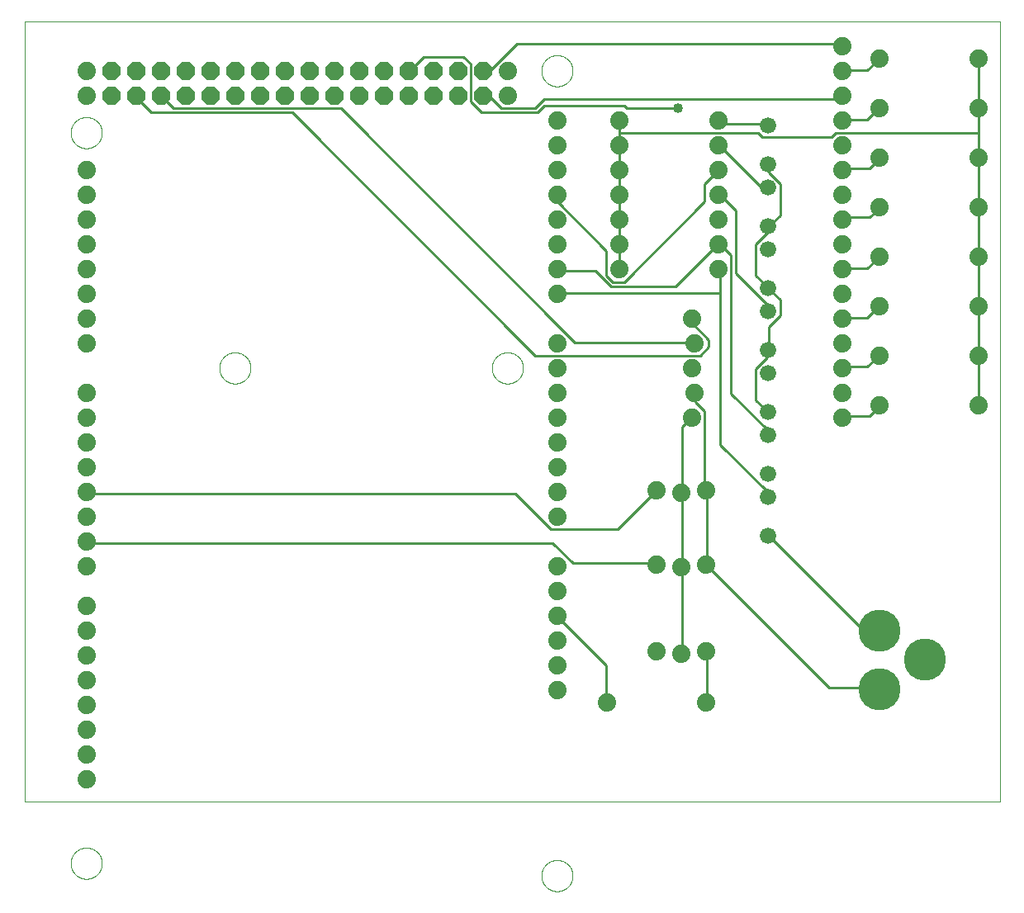
<source format=gtl>
G75*
%MOIN*%
%OFA0B0*%
%FSLAX25Y25*%
%IPPOS*%
%LPD*%
%AMOC8*
5,1,8,0,0,1.08239X$1,22.5*
%
%ADD10C,0.00000*%
%ADD11C,0.07400*%
%ADD12OC8,0.07400*%
%ADD13C,0.06600*%
%ADD14C,0.17000*%
%ADD15C,0.01000*%
%ADD16C,0.04000*%
D10*
X0042034Y0150000D02*
X0042036Y0150158D01*
X0042042Y0150316D01*
X0042052Y0150474D01*
X0042066Y0150632D01*
X0042084Y0150789D01*
X0042105Y0150946D01*
X0042131Y0151102D01*
X0042161Y0151258D01*
X0042194Y0151413D01*
X0042232Y0151566D01*
X0042273Y0151719D01*
X0042318Y0151871D01*
X0042367Y0152022D01*
X0042420Y0152171D01*
X0042476Y0152319D01*
X0042536Y0152465D01*
X0042600Y0152610D01*
X0042668Y0152753D01*
X0042739Y0152895D01*
X0042813Y0153035D01*
X0042891Y0153172D01*
X0042973Y0153308D01*
X0043057Y0153442D01*
X0043146Y0153573D01*
X0043237Y0153702D01*
X0043332Y0153829D01*
X0043429Y0153954D01*
X0043530Y0154076D01*
X0043634Y0154195D01*
X0043741Y0154312D01*
X0043851Y0154426D01*
X0043964Y0154537D01*
X0044079Y0154646D01*
X0044197Y0154751D01*
X0044318Y0154853D01*
X0044441Y0154953D01*
X0044567Y0155049D01*
X0044695Y0155142D01*
X0044825Y0155232D01*
X0044958Y0155318D01*
X0045093Y0155402D01*
X0045229Y0155481D01*
X0045368Y0155558D01*
X0045509Y0155630D01*
X0045651Y0155700D01*
X0045795Y0155765D01*
X0045941Y0155827D01*
X0046088Y0155885D01*
X0046237Y0155940D01*
X0046387Y0155991D01*
X0046538Y0156038D01*
X0046690Y0156081D01*
X0046843Y0156120D01*
X0046998Y0156156D01*
X0047153Y0156187D01*
X0047309Y0156215D01*
X0047465Y0156239D01*
X0047622Y0156259D01*
X0047780Y0156275D01*
X0047937Y0156287D01*
X0048096Y0156295D01*
X0048254Y0156299D01*
X0048412Y0156299D01*
X0048570Y0156295D01*
X0048729Y0156287D01*
X0048886Y0156275D01*
X0049044Y0156259D01*
X0049201Y0156239D01*
X0049357Y0156215D01*
X0049513Y0156187D01*
X0049668Y0156156D01*
X0049823Y0156120D01*
X0049976Y0156081D01*
X0050128Y0156038D01*
X0050279Y0155991D01*
X0050429Y0155940D01*
X0050578Y0155885D01*
X0050725Y0155827D01*
X0050871Y0155765D01*
X0051015Y0155700D01*
X0051157Y0155630D01*
X0051298Y0155558D01*
X0051437Y0155481D01*
X0051573Y0155402D01*
X0051708Y0155318D01*
X0051841Y0155232D01*
X0051971Y0155142D01*
X0052099Y0155049D01*
X0052225Y0154953D01*
X0052348Y0154853D01*
X0052469Y0154751D01*
X0052587Y0154646D01*
X0052702Y0154537D01*
X0052815Y0154426D01*
X0052925Y0154312D01*
X0053032Y0154195D01*
X0053136Y0154076D01*
X0053237Y0153954D01*
X0053334Y0153829D01*
X0053429Y0153702D01*
X0053520Y0153573D01*
X0053609Y0153442D01*
X0053693Y0153308D01*
X0053775Y0153172D01*
X0053853Y0153035D01*
X0053927Y0152895D01*
X0053998Y0152753D01*
X0054066Y0152610D01*
X0054130Y0152465D01*
X0054190Y0152319D01*
X0054246Y0152171D01*
X0054299Y0152022D01*
X0054348Y0151871D01*
X0054393Y0151719D01*
X0054434Y0151566D01*
X0054472Y0151413D01*
X0054505Y0151258D01*
X0054535Y0151102D01*
X0054561Y0150946D01*
X0054582Y0150789D01*
X0054600Y0150632D01*
X0054614Y0150474D01*
X0054624Y0150316D01*
X0054630Y0150158D01*
X0054632Y0150000D01*
X0054630Y0149842D01*
X0054624Y0149684D01*
X0054614Y0149526D01*
X0054600Y0149368D01*
X0054582Y0149211D01*
X0054561Y0149054D01*
X0054535Y0148898D01*
X0054505Y0148742D01*
X0054472Y0148587D01*
X0054434Y0148434D01*
X0054393Y0148281D01*
X0054348Y0148129D01*
X0054299Y0147978D01*
X0054246Y0147829D01*
X0054190Y0147681D01*
X0054130Y0147535D01*
X0054066Y0147390D01*
X0053998Y0147247D01*
X0053927Y0147105D01*
X0053853Y0146965D01*
X0053775Y0146828D01*
X0053693Y0146692D01*
X0053609Y0146558D01*
X0053520Y0146427D01*
X0053429Y0146298D01*
X0053334Y0146171D01*
X0053237Y0146046D01*
X0053136Y0145924D01*
X0053032Y0145805D01*
X0052925Y0145688D01*
X0052815Y0145574D01*
X0052702Y0145463D01*
X0052587Y0145354D01*
X0052469Y0145249D01*
X0052348Y0145147D01*
X0052225Y0145047D01*
X0052099Y0144951D01*
X0051971Y0144858D01*
X0051841Y0144768D01*
X0051708Y0144682D01*
X0051573Y0144598D01*
X0051437Y0144519D01*
X0051298Y0144442D01*
X0051157Y0144370D01*
X0051015Y0144300D01*
X0050871Y0144235D01*
X0050725Y0144173D01*
X0050578Y0144115D01*
X0050429Y0144060D01*
X0050279Y0144009D01*
X0050128Y0143962D01*
X0049976Y0143919D01*
X0049823Y0143880D01*
X0049668Y0143844D01*
X0049513Y0143813D01*
X0049357Y0143785D01*
X0049201Y0143761D01*
X0049044Y0143741D01*
X0048886Y0143725D01*
X0048729Y0143713D01*
X0048570Y0143705D01*
X0048412Y0143701D01*
X0048254Y0143701D01*
X0048096Y0143705D01*
X0047937Y0143713D01*
X0047780Y0143725D01*
X0047622Y0143741D01*
X0047465Y0143761D01*
X0047309Y0143785D01*
X0047153Y0143813D01*
X0046998Y0143844D01*
X0046843Y0143880D01*
X0046690Y0143919D01*
X0046538Y0143962D01*
X0046387Y0144009D01*
X0046237Y0144060D01*
X0046088Y0144115D01*
X0045941Y0144173D01*
X0045795Y0144235D01*
X0045651Y0144300D01*
X0045509Y0144370D01*
X0045368Y0144442D01*
X0045229Y0144519D01*
X0045093Y0144598D01*
X0044958Y0144682D01*
X0044825Y0144768D01*
X0044695Y0144858D01*
X0044567Y0144951D01*
X0044441Y0145047D01*
X0044318Y0145147D01*
X0044197Y0145249D01*
X0044079Y0145354D01*
X0043964Y0145463D01*
X0043851Y0145574D01*
X0043741Y0145688D01*
X0043634Y0145805D01*
X0043530Y0145924D01*
X0043429Y0146046D01*
X0043332Y0146171D01*
X0043237Y0146298D01*
X0043146Y0146427D01*
X0043057Y0146558D01*
X0042973Y0146692D01*
X0042891Y0146828D01*
X0042813Y0146965D01*
X0042739Y0147105D01*
X0042668Y0147247D01*
X0042600Y0147390D01*
X0042536Y0147535D01*
X0042476Y0147681D01*
X0042420Y0147829D01*
X0042367Y0147978D01*
X0042318Y0148129D01*
X0042273Y0148281D01*
X0042232Y0148434D01*
X0042194Y0148587D01*
X0042161Y0148742D01*
X0042131Y0148898D01*
X0042105Y0149054D01*
X0042084Y0149211D01*
X0042066Y0149368D01*
X0042052Y0149526D01*
X0042042Y0149684D01*
X0042036Y0149842D01*
X0042034Y0150000D01*
X0023333Y0175000D02*
X0023333Y0489961D01*
X0417034Y0489961D01*
X0417034Y0175000D01*
X0023333Y0175000D01*
X0102034Y0350000D02*
X0102036Y0350158D01*
X0102042Y0350316D01*
X0102052Y0350474D01*
X0102066Y0350632D01*
X0102084Y0350789D01*
X0102105Y0350946D01*
X0102131Y0351102D01*
X0102161Y0351258D01*
X0102194Y0351413D01*
X0102232Y0351566D01*
X0102273Y0351719D01*
X0102318Y0351871D01*
X0102367Y0352022D01*
X0102420Y0352171D01*
X0102476Y0352319D01*
X0102536Y0352465D01*
X0102600Y0352610D01*
X0102668Y0352753D01*
X0102739Y0352895D01*
X0102813Y0353035D01*
X0102891Y0353172D01*
X0102973Y0353308D01*
X0103057Y0353442D01*
X0103146Y0353573D01*
X0103237Y0353702D01*
X0103332Y0353829D01*
X0103429Y0353954D01*
X0103530Y0354076D01*
X0103634Y0354195D01*
X0103741Y0354312D01*
X0103851Y0354426D01*
X0103964Y0354537D01*
X0104079Y0354646D01*
X0104197Y0354751D01*
X0104318Y0354853D01*
X0104441Y0354953D01*
X0104567Y0355049D01*
X0104695Y0355142D01*
X0104825Y0355232D01*
X0104958Y0355318D01*
X0105093Y0355402D01*
X0105229Y0355481D01*
X0105368Y0355558D01*
X0105509Y0355630D01*
X0105651Y0355700D01*
X0105795Y0355765D01*
X0105941Y0355827D01*
X0106088Y0355885D01*
X0106237Y0355940D01*
X0106387Y0355991D01*
X0106538Y0356038D01*
X0106690Y0356081D01*
X0106843Y0356120D01*
X0106998Y0356156D01*
X0107153Y0356187D01*
X0107309Y0356215D01*
X0107465Y0356239D01*
X0107622Y0356259D01*
X0107780Y0356275D01*
X0107937Y0356287D01*
X0108096Y0356295D01*
X0108254Y0356299D01*
X0108412Y0356299D01*
X0108570Y0356295D01*
X0108729Y0356287D01*
X0108886Y0356275D01*
X0109044Y0356259D01*
X0109201Y0356239D01*
X0109357Y0356215D01*
X0109513Y0356187D01*
X0109668Y0356156D01*
X0109823Y0356120D01*
X0109976Y0356081D01*
X0110128Y0356038D01*
X0110279Y0355991D01*
X0110429Y0355940D01*
X0110578Y0355885D01*
X0110725Y0355827D01*
X0110871Y0355765D01*
X0111015Y0355700D01*
X0111157Y0355630D01*
X0111298Y0355558D01*
X0111437Y0355481D01*
X0111573Y0355402D01*
X0111708Y0355318D01*
X0111841Y0355232D01*
X0111971Y0355142D01*
X0112099Y0355049D01*
X0112225Y0354953D01*
X0112348Y0354853D01*
X0112469Y0354751D01*
X0112587Y0354646D01*
X0112702Y0354537D01*
X0112815Y0354426D01*
X0112925Y0354312D01*
X0113032Y0354195D01*
X0113136Y0354076D01*
X0113237Y0353954D01*
X0113334Y0353829D01*
X0113429Y0353702D01*
X0113520Y0353573D01*
X0113609Y0353442D01*
X0113693Y0353308D01*
X0113775Y0353172D01*
X0113853Y0353035D01*
X0113927Y0352895D01*
X0113998Y0352753D01*
X0114066Y0352610D01*
X0114130Y0352465D01*
X0114190Y0352319D01*
X0114246Y0352171D01*
X0114299Y0352022D01*
X0114348Y0351871D01*
X0114393Y0351719D01*
X0114434Y0351566D01*
X0114472Y0351413D01*
X0114505Y0351258D01*
X0114535Y0351102D01*
X0114561Y0350946D01*
X0114582Y0350789D01*
X0114600Y0350632D01*
X0114614Y0350474D01*
X0114624Y0350316D01*
X0114630Y0350158D01*
X0114632Y0350000D01*
X0114630Y0349842D01*
X0114624Y0349684D01*
X0114614Y0349526D01*
X0114600Y0349368D01*
X0114582Y0349211D01*
X0114561Y0349054D01*
X0114535Y0348898D01*
X0114505Y0348742D01*
X0114472Y0348587D01*
X0114434Y0348434D01*
X0114393Y0348281D01*
X0114348Y0348129D01*
X0114299Y0347978D01*
X0114246Y0347829D01*
X0114190Y0347681D01*
X0114130Y0347535D01*
X0114066Y0347390D01*
X0113998Y0347247D01*
X0113927Y0347105D01*
X0113853Y0346965D01*
X0113775Y0346828D01*
X0113693Y0346692D01*
X0113609Y0346558D01*
X0113520Y0346427D01*
X0113429Y0346298D01*
X0113334Y0346171D01*
X0113237Y0346046D01*
X0113136Y0345924D01*
X0113032Y0345805D01*
X0112925Y0345688D01*
X0112815Y0345574D01*
X0112702Y0345463D01*
X0112587Y0345354D01*
X0112469Y0345249D01*
X0112348Y0345147D01*
X0112225Y0345047D01*
X0112099Y0344951D01*
X0111971Y0344858D01*
X0111841Y0344768D01*
X0111708Y0344682D01*
X0111573Y0344598D01*
X0111437Y0344519D01*
X0111298Y0344442D01*
X0111157Y0344370D01*
X0111015Y0344300D01*
X0110871Y0344235D01*
X0110725Y0344173D01*
X0110578Y0344115D01*
X0110429Y0344060D01*
X0110279Y0344009D01*
X0110128Y0343962D01*
X0109976Y0343919D01*
X0109823Y0343880D01*
X0109668Y0343844D01*
X0109513Y0343813D01*
X0109357Y0343785D01*
X0109201Y0343761D01*
X0109044Y0343741D01*
X0108886Y0343725D01*
X0108729Y0343713D01*
X0108570Y0343705D01*
X0108412Y0343701D01*
X0108254Y0343701D01*
X0108096Y0343705D01*
X0107937Y0343713D01*
X0107780Y0343725D01*
X0107622Y0343741D01*
X0107465Y0343761D01*
X0107309Y0343785D01*
X0107153Y0343813D01*
X0106998Y0343844D01*
X0106843Y0343880D01*
X0106690Y0343919D01*
X0106538Y0343962D01*
X0106387Y0344009D01*
X0106237Y0344060D01*
X0106088Y0344115D01*
X0105941Y0344173D01*
X0105795Y0344235D01*
X0105651Y0344300D01*
X0105509Y0344370D01*
X0105368Y0344442D01*
X0105229Y0344519D01*
X0105093Y0344598D01*
X0104958Y0344682D01*
X0104825Y0344768D01*
X0104695Y0344858D01*
X0104567Y0344951D01*
X0104441Y0345047D01*
X0104318Y0345147D01*
X0104197Y0345249D01*
X0104079Y0345354D01*
X0103964Y0345463D01*
X0103851Y0345574D01*
X0103741Y0345688D01*
X0103634Y0345805D01*
X0103530Y0345924D01*
X0103429Y0346046D01*
X0103332Y0346171D01*
X0103237Y0346298D01*
X0103146Y0346427D01*
X0103057Y0346558D01*
X0102973Y0346692D01*
X0102891Y0346828D01*
X0102813Y0346965D01*
X0102739Y0347105D01*
X0102668Y0347247D01*
X0102600Y0347390D01*
X0102536Y0347535D01*
X0102476Y0347681D01*
X0102420Y0347829D01*
X0102367Y0347978D01*
X0102318Y0348129D01*
X0102273Y0348281D01*
X0102232Y0348434D01*
X0102194Y0348587D01*
X0102161Y0348742D01*
X0102131Y0348898D01*
X0102105Y0349054D01*
X0102084Y0349211D01*
X0102066Y0349368D01*
X0102052Y0349526D01*
X0102042Y0349684D01*
X0102036Y0349842D01*
X0102034Y0350000D01*
X0042034Y0445000D02*
X0042036Y0445158D01*
X0042042Y0445316D01*
X0042052Y0445474D01*
X0042066Y0445632D01*
X0042084Y0445789D01*
X0042105Y0445946D01*
X0042131Y0446102D01*
X0042161Y0446258D01*
X0042194Y0446413D01*
X0042232Y0446566D01*
X0042273Y0446719D01*
X0042318Y0446871D01*
X0042367Y0447022D01*
X0042420Y0447171D01*
X0042476Y0447319D01*
X0042536Y0447465D01*
X0042600Y0447610D01*
X0042668Y0447753D01*
X0042739Y0447895D01*
X0042813Y0448035D01*
X0042891Y0448172D01*
X0042973Y0448308D01*
X0043057Y0448442D01*
X0043146Y0448573D01*
X0043237Y0448702D01*
X0043332Y0448829D01*
X0043429Y0448954D01*
X0043530Y0449076D01*
X0043634Y0449195D01*
X0043741Y0449312D01*
X0043851Y0449426D01*
X0043964Y0449537D01*
X0044079Y0449646D01*
X0044197Y0449751D01*
X0044318Y0449853D01*
X0044441Y0449953D01*
X0044567Y0450049D01*
X0044695Y0450142D01*
X0044825Y0450232D01*
X0044958Y0450318D01*
X0045093Y0450402D01*
X0045229Y0450481D01*
X0045368Y0450558D01*
X0045509Y0450630D01*
X0045651Y0450700D01*
X0045795Y0450765D01*
X0045941Y0450827D01*
X0046088Y0450885D01*
X0046237Y0450940D01*
X0046387Y0450991D01*
X0046538Y0451038D01*
X0046690Y0451081D01*
X0046843Y0451120D01*
X0046998Y0451156D01*
X0047153Y0451187D01*
X0047309Y0451215D01*
X0047465Y0451239D01*
X0047622Y0451259D01*
X0047780Y0451275D01*
X0047937Y0451287D01*
X0048096Y0451295D01*
X0048254Y0451299D01*
X0048412Y0451299D01*
X0048570Y0451295D01*
X0048729Y0451287D01*
X0048886Y0451275D01*
X0049044Y0451259D01*
X0049201Y0451239D01*
X0049357Y0451215D01*
X0049513Y0451187D01*
X0049668Y0451156D01*
X0049823Y0451120D01*
X0049976Y0451081D01*
X0050128Y0451038D01*
X0050279Y0450991D01*
X0050429Y0450940D01*
X0050578Y0450885D01*
X0050725Y0450827D01*
X0050871Y0450765D01*
X0051015Y0450700D01*
X0051157Y0450630D01*
X0051298Y0450558D01*
X0051437Y0450481D01*
X0051573Y0450402D01*
X0051708Y0450318D01*
X0051841Y0450232D01*
X0051971Y0450142D01*
X0052099Y0450049D01*
X0052225Y0449953D01*
X0052348Y0449853D01*
X0052469Y0449751D01*
X0052587Y0449646D01*
X0052702Y0449537D01*
X0052815Y0449426D01*
X0052925Y0449312D01*
X0053032Y0449195D01*
X0053136Y0449076D01*
X0053237Y0448954D01*
X0053334Y0448829D01*
X0053429Y0448702D01*
X0053520Y0448573D01*
X0053609Y0448442D01*
X0053693Y0448308D01*
X0053775Y0448172D01*
X0053853Y0448035D01*
X0053927Y0447895D01*
X0053998Y0447753D01*
X0054066Y0447610D01*
X0054130Y0447465D01*
X0054190Y0447319D01*
X0054246Y0447171D01*
X0054299Y0447022D01*
X0054348Y0446871D01*
X0054393Y0446719D01*
X0054434Y0446566D01*
X0054472Y0446413D01*
X0054505Y0446258D01*
X0054535Y0446102D01*
X0054561Y0445946D01*
X0054582Y0445789D01*
X0054600Y0445632D01*
X0054614Y0445474D01*
X0054624Y0445316D01*
X0054630Y0445158D01*
X0054632Y0445000D01*
X0054630Y0444842D01*
X0054624Y0444684D01*
X0054614Y0444526D01*
X0054600Y0444368D01*
X0054582Y0444211D01*
X0054561Y0444054D01*
X0054535Y0443898D01*
X0054505Y0443742D01*
X0054472Y0443587D01*
X0054434Y0443434D01*
X0054393Y0443281D01*
X0054348Y0443129D01*
X0054299Y0442978D01*
X0054246Y0442829D01*
X0054190Y0442681D01*
X0054130Y0442535D01*
X0054066Y0442390D01*
X0053998Y0442247D01*
X0053927Y0442105D01*
X0053853Y0441965D01*
X0053775Y0441828D01*
X0053693Y0441692D01*
X0053609Y0441558D01*
X0053520Y0441427D01*
X0053429Y0441298D01*
X0053334Y0441171D01*
X0053237Y0441046D01*
X0053136Y0440924D01*
X0053032Y0440805D01*
X0052925Y0440688D01*
X0052815Y0440574D01*
X0052702Y0440463D01*
X0052587Y0440354D01*
X0052469Y0440249D01*
X0052348Y0440147D01*
X0052225Y0440047D01*
X0052099Y0439951D01*
X0051971Y0439858D01*
X0051841Y0439768D01*
X0051708Y0439682D01*
X0051573Y0439598D01*
X0051437Y0439519D01*
X0051298Y0439442D01*
X0051157Y0439370D01*
X0051015Y0439300D01*
X0050871Y0439235D01*
X0050725Y0439173D01*
X0050578Y0439115D01*
X0050429Y0439060D01*
X0050279Y0439009D01*
X0050128Y0438962D01*
X0049976Y0438919D01*
X0049823Y0438880D01*
X0049668Y0438844D01*
X0049513Y0438813D01*
X0049357Y0438785D01*
X0049201Y0438761D01*
X0049044Y0438741D01*
X0048886Y0438725D01*
X0048729Y0438713D01*
X0048570Y0438705D01*
X0048412Y0438701D01*
X0048254Y0438701D01*
X0048096Y0438705D01*
X0047937Y0438713D01*
X0047780Y0438725D01*
X0047622Y0438741D01*
X0047465Y0438761D01*
X0047309Y0438785D01*
X0047153Y0438813D01*
X0046998Y0438844D01*
X0046843Y0438880D01*
X0046690Y0438919D01*
X0046538Y0438962D01*
X0046387Y0439009D01*
X0046237Y0439060D01*
X0046088Y0439115D01*
X0045941Y0439173D01*
X0045795Y0439235D01*
X0045651Y0439300D01*
X0045509Y0439370D01*
X0045368Y0439442D01*
X0045229Y0439519D01*
X0045093Y0439598D01*
X0044958Y0439682D01*
X0044825Y0439768D01*
X0044695Y0439858D01*
X0044567Y0439951D01*
X0044441Y0440047D01*
X0044318Y0440147D01*
X0044197Y0440249D01*
X0044079Y0440354D01*
X0043964Y0440463D01*
X0043851Y0440574D01*
X0043741Y0440688D01*
X0043634Y0440805D01*
X0043530Y0440924D01*
X0043429Y0441046D01*
X0043332Y0441171D01*
X0043237Y0441298D01*
X0043146Y0441427D01*
X0043057Y0441558D01*
X0042973Y0441692D01*
X0042891Y0441828D01*
X0042813Y0441965D01*
X0042739Y0442105D01*
X0042668Y0442247D01*
X0042600Y0442390D01*
X0042536Y0442535D01*
X0042476Y0442681D01*
X0042420Y0442829D01*
X0042367Y0442978D01*
X0042318Y0443129D01*
X0042273Y0443281D01*
X0042232Y0443434D01*
X0042194Y0443587D01*
X0042161Y0443742D01*
X0042131Y0443898D01*
X0042105Y0444054D01*
X0042084Y0444211D01*
X0042066Y0444368D01*
X0042052Y0444526D01*
X0042042Y0444684D01*
X0042036Y0444842D01*
X0042034Y0445000D01*
X0212034Y0350000D02*
X0212036Y0350158D01*
X0212042Y0350316D01*
X0212052Y0350474D01*
X0212066Y0350632D01*
X0212084Y0350789D01*
X0212105Y0350946D01*
X0212131Y0351102D01*
X0212161Y0351258D01*
X0212194Y0351413D01*
X0212232Y0351566D01*
X0212273Y0351719D01*
X0212318Y0351871D01*
X0212367Y0352022D01*
X0212420Y0352171D01*
X0212476Y0352319D01*
X0212536Y0352465D01*
X0212600Y0352610D01*
X0212668Y0352753D01*
X0212739Y0352895D01*
X0212813Y0353035D01*
X0212891Y0353172D01*
X0212973Y0353308D01*
X0213057Y0353442D01*
X0213146Y0353573D01*
X0213237Y0353702D01*
X0213332Y0353829D01*
X0213429Y0353954D01*
X0213530Y0354076D01*
X0213634Y0354195D01*
X0213741Y0354312D01*
X0213851Y0354426D01*
X0213964Y0354537D01*
X0214079Y0354646D01*
X0214197Y0354751D01*
X0214318Y0354853D01*
X0214441Y0354953D01*
X0214567Y0355049D01*
X0214695Y0355142D01*
X0214825Y0355232D01*
X0214958Y0355318D01*
X0215093Y0355402D01*
X0215229Y0355481D01*
X0215368Y0355558D01*
X0215509Y0355630D01*
X0215651Y0355700D01*
X0215795Y0355765D01*
X0215941Y0355827D01*
X0216088Y0355885D01*
X0216237Y0355940D01*
X0216387Y0355991D01*
X0216538Y0356038D01*
X0216690Y0356081D01*
X0216843Y0356120D01*
X0216998Y0356156D01*
X0217153Y0356187D01*
X0217309Y0356215D01*
X0217465Y0356239D01*
X0217622Y0356259D01*
X0217780Y0356275D01*
X0217937Y0356287D01*
X0218096Y0356295D01*
X0218254Y0356299D01*
X0218412Y0356299D01*
X0218570Y0356295D01*
X0218729Y0356287D01*
X0218886Y0356275D01*
X0219044Y0356259D01*
X0219201Y0356239D01*
X0219357Y0356215D01*
X0219513Y0356187D01*
X0219668Y0356156D01*
X0219823Y0356120D01*
X0219976Y0356081D01*
X0220128Y0356038D01*
X0220279Y0355991D01*
X0220429Y0355940D01*
X0220578Y0355885D01*
X0220725Y0355827D01*
X0220871Y0355765D01*
X0221015Y0355700D01*
X0221157Y0355630D01*
X0221298Y0355558D01*
X0221437Y0355481D01*
X0221573Y0355402D01*
X0221708Y0355318D01*
X0221841Y0355232D01*
X0221971Y0355142D01*
X0222099Y0355049D01*
X0222225Y0354953D01*
X0222348Y0354853D01*
X0222469Y0354751D01*
X0222587Y0354646D01*
X0222702Y0354537D01*
X0222815Y0354426D01*
X0222925Y0354312D01*
X0223032Y0354195D01*
X0223136Y0354076D01*
X0223237Y0353954D01*
X0223334Y0353829D01*
X0223429Y0353702D01*
X0223520Y0353573D01*
X0223609Y0353442D01*
X0223693Y0353308D01*
X0223775Y0353172D01*
X0223853Y0353035D01*
X0223927Y0352895D01*
X0223998Y0352753D01*
X0224066Y0352610D01*
X0224130Y0352465D01*
X0224190Y0352319D01*
X0224246Y0352171D01*
X0224299Y0352022D01*
X0224348Y0351871D01*
X0224393Y0351719D01*
X0224434Y0351566D01*
X0224472Y0351413D01*
X0224505Y0351258D01*
X0224535Y0351102D01*
X0224561Y0350946D01*
X0224582Y0350789D01*
X0224600Y0350632D01*
X0224614Y0350474D01*
X0224624Y0350316D01*
X0224630Y0350158D01*
X0224632Y0350000D01*
X0224630Y0349842D01*
X0224624Y0349684D01*
X0224614Y0349526D01*
X0224600Y0349368D01*
X0224582Y0349211D01*
X0224561Y0349054D01*
X0224535Y0348898D01*
X0224505Y0348742D01*
X0224472Y0348587D01*
X0224434Y0348434D01*
X0224393Y0348281D01*
X0224348Y0348129D01*
X0224299Y0347978D01*
X0224246Y0347829D01*
X0224190Y0347681D01*
X0224130Y0347535D01*
X0224066Y0347390D01*
X0223998Y0347247D01*
X0223927Y0347105D01*
X0223853Y0346965D01*
X0223775Y0346828D01*
X0223693Y0346692D01*
X0223609Y0346558D01*
X0223520Y0346427D01*
X0223429Y0346298D01*
X0223334Y0346171D01*
X0223237Y0346046D01*
X0223136Y0345924D01*
X0223032Y0345805D01*
X0222925Y0345688D01*
X0222815Y0345574D01*
X0222702Y0345463D01*
X0222587Y0345354D01*
X0222469Y0345249D01*
X0222348Y0345147D01*
X0222225Y0345047D01*
X0222099Y0344951D01*
X0221971Y0344858D01*
X0221841Y0344768D01*
X0221708Y0344682D01*
X0221573Y0344598D01*
X0221437Y0344519D01*
X0221298Y0344442D01*
X0221157Y0344370D01*
X0221015Y0344300D01*
X0220871Y0344235D01*
X0220725Y0344173D01*
X0220578Y0344115D01*
X0220429Y0344060D01*
X0220279Y0344009D01*
X0220128Y0343962D01*
X0219976Y0343919D01*
X0219823Y0343880D01*
X0219668Y0343844D01*
X0219513Y0343813D01*
X0219357Y0343785D01*
X0219201Y0343761D01*
X0219044Y0343741D01*
X0218886Y0343725D01*
X0218729Y0343713D01*
X0218570Y0343705D01*
X0218412Y0343701D01*
X0218254Y0343701D01*
X0218096Y0343705D01*
X0217937Y0343713D01*
X0217780Y0343725D01*
X0217622Y0343741D01*
X0217465Y0343761D01*
X0217309Y0343785D01*
X0217153Y0343813D01*
X0216998Y0343844D01*
X0216843Y0343880D01*
X0216690Y0343919D01*
X0216538Y0343962D01*
X0216387Y0344009D01*
X0216237Y0344060D01*
X0216088Y0344115D01*
X0215941Y0344173D01*
X0215795Y0344235D01*
X0215651Y0344300D01*
X0215509Y0344370D01*
X0215368Y0344442D01*
X0215229Y0344519D01*
X0215093Y0344598D01*
X0214958Y0344682D01*
X0214825Y0344768D01*
X0214695Y0344858D01*
X0214567Y0344951D01*
X0214441Y0345047D01*
X0214318Y0345147D01*
X0214197Y0345249D01*
X0214079Y0345354D01*
X0213964Y0345463D01*
X0213851Y0345574D01*
X0213741Y0345688D01*
X0213634Y0345805D01*
X0213530Y0345924D01*
X0213429Y0346046D01*
X0213332Y0346171D01*
X0213237Y0346298D01*
X0213146Y0346427D01*
X0213057Y0346558D01*
X0212973Y0346692D01*
X0212891Y0346828D01*
X0212813Y0346965D01*
X0212739Y0347105D01*
X0212668Y0347247D01*
X0212600Y0347390D01*
X0212536Y0347535D01*
X0212476Y0347681D01*
X0212420Y0347829D01*
X0212367Y0347978D01*
X0212318Y0348129D01*
X0212273Y0348281D01*
X0212232Y0348434D01*
X0212194Y0348587D01*
X0212161Y0348742D01*
X0212131Y0348898D01*
X0212105Y0349054D01*
X0212084Y0349211D01*
X0212066Y0349368D01*
X0212052Y0349526D01*
X0212042Y0349684D01*
X0212036Y0349842D01*
X0212034Y0350000D01*
X0232034Y0470000D02*
X0232036Y0470158D01*
X0232042Y0470316D01*
X0232052Y0470474D01*
X0232066Y0470632D01*
X0232084Y0470789D01*
X0232105Y0470946D01*
X0232131Y0471102D01*
X0232161Y0471258D01*
X0232194Y0471413D01*
X0232232Y0471566D01*
X0232273Y0471719D01*
X0232318Y0471871D01*
X0232367Y0472022D01*
X0232420Y0472171D01*
X0232476Y0472319D01*
X0232536Y0472465D01*
X0232600Y0472610D01*
X0232668Y0472753D01*
X0232739Y0472895D01*
X0232813Y0473035D01*
X0232891Y0473172D01*
X0232973Y0473308D01*
X0233057Y0473442D01*
X0233146Y0473573D01*
X0233237Y0473702D01*
X0233332Y0473829D01*
X0233429Y0473954D01*
X0233530Y0474076D01*
X0233634Y0474195D01*
X0233741Y0474312D01*
X0233851Y0474426D01*
X0233964Y0474537D01*
X0234079Y0474646D01*
X0234197Y0474751D01*
X0234318Y0474853D01*
X0234441Y0474953D01*
X0234567Y0475049D01*
X0234695Y0475142D01*
X0234825Y0475232D01*
X0234958Y0475318D01*
X0235093Y0475402D01*
X0235229Y0475481D01*
X0235368Y0475558D01*
X0235509Y0475630D01*
X0235651Y0475700D01*
X0235795Y0475765D01*
X0235941Y0475827D01*
X0236088Y0475885D01*
X0236237Y0475940D01*
X0236387Y0475991D01*
X0236538Y0476038D01*
X0236690Y0476081D01*
X0236843Y0476120D01*
X0236998Y0476156D01*
X0237153Y0476187D01*
X0237309Y0476215D01*
X0237465Y0476239D01*
X0237622Y0476259D01*
X0237780Y0476275D01*
X0237937Y0476287D01*
X0238096Y0476295D01*
X0238254Y0476299D01*
X0238412Y0476299D01*
X0238570Y0476295D01*
X0238729Y0476287D01*
X0238886Y0476275D01*
X0239044Y0476259D01*
X0239201Y0476239D01*
X0239357Y0476215D01*
X0239513Y0476187D01*
X0239668Y0476156D01*
X0239823Y0476120D01*
X0239976Y0476081D01*
X0240128Y0476038D01*
X0240279Y0475991D01*
X0240429Y0475940D01*
X0240578Y0475885D01*
X0240725Y0475827D01*
X0240871Y0475765D01*
X0241015Y0475700D01*
X0241157Y0475630D01*
X0241298Y0475558D01*
X0241437Y0475481D01*
X0241573Y0475402D01*
X0241708Y0475318D01*
X0241841Y0475232D01*
X0241971Y0475142D01*
X0242099Y0475049D01*
X0242225Y0474953D01*
X0242348Y0474853D01*
X0242469Y0474751D01*
X0242587Y0474646D01*
X0242702Y0474537D01*
X0242815Y0474426D01*
X0242925Y0474312D01*
X0243032Y0474195D01*
X0243136Y0474076D01*
X0243237Y0473954D01*
X0243334Y0473829D01*
X0243429Y0473702D01*
X0243520Y0473573D01*
X0243609Y0473442D01*
X0243693Y0473308D01*
X0243775Y0473172D01*
X0243853Y0473035D01*
X0243927Y0472895D01*
X0243998Y0472753D01*
X0244066Y0472610D01*
X0244130Y0472465D01*
X0244190Y0472319D01*
X0244246Y0472171D01*
X0244299Y0472022D01*
X0244348Y0471871D01*
X0244393Y0471719D01*
X0244434Y0471566D01*
X0244472Y0471413D01*
X0244505Y0471258D01*
X0244535Y0471102D01*
X0244561Y0470946D01*
X0244582Y0470789D01*
X0244600Y0470632D01*
X0244614Y0470474D01*
X0244624Y0470316D01*
X0244630Y0470158D01*
X0244632Y0470000D01*
X0244630Y0469842D01*
X0244624Y0469684D01*
X0244614Y0469526D01*
X0244600Y0469368D01*
X0244582Y0469211D01*
X0244561Y0469054D01*
X0244535Y0468898D01*
X0244505Y0468742D01*
X0244472Y0468587D01*
X0244434Y0468434D01*
X0244393Y0468281D01*
X0244348Y0468129D01*
X0244299Y0467978D01*
X0244246Y0467829D01*
X0244190Y0467681D01*
X0244130Y0467535D01*
X0244066Y0467390D01*
X0243998Y0467247D01*
X0243927Y0467105D01*
X0243853Y0466965D01*
X0243775Y0466828D01*
X0243693Y0466692D01*
X0243609Y0466558D01*
X0243520Y0466427D01*
X0243429Y0466298D01*
X0243334Y0466171D01*
X0243237Y0466046D01*
X0243136Y0465924D01*
X0243032Y0465805D01*
X0242925Y0465688D01*
X0242815Y0465574D01*
X0242702Y0465463D01*
X0242587Y0465354D01*
X0242469Y0465249D01*
X0242348Y0465147D01*
X0242225Y0465047D01*
X0242099Y0464951D01*
X0241971Y0464858D01*
X0241841Y0464768D01*
X0241708Y0464682D01*
X0241573Y0464598D01*
X0241437Y0464519D01*
X0241298Y0464442D01*
X0241157Y0464370D01*
X0241015Y0464300D01*
X0240871Y0464235D01*
X0240725Y0464173D01*
X0240578Y0464115D01*
X0240429Y0464060D01*
X0240279Y0464009D01*
X0240128Y0463962D01*
X0239976Y0463919D01*
X0239823Y0463880D01*
X0239668Y0463844D01*
X0239513Y0463813D01*
X0239357Y0463785D01*
X0239201Y0463761D01*
X0239044Y0463741D01*
X0238886Y0463725D01*
X0238729Y0463713D01*
X0238570Y0463705D01*
X0238412Y0463701D01*
X0238254Y0463701D01*
X0238096Y0463705D01*
X0237937Y0463713D01*
X0237780Y0463725D01*
X0237622Y0463741D01*
X0237465Y0463761D01*
X0237309Y0463785D01*
X0237153Y0463813D01*
X0236998Y0463844D01*
X0236843Y0463880D01*
X0236690Y0463919D01*
X0236538Y0463962D01*
X0236387Y0464009D01*
X0236237Y0464060D01*
X0236088Y0464115D01*
X0235941Y0464173D01*
X0235795Y0464235D01*
X0235651Y0464300D01*
X0235509Y0464370D01*
X0235368Y0464442D01*
X0235229Y0464519D01*
X0235093Y0464598D01*
X0234958Y0464682D01*
X0234825Y0464768D01*
X0234695Y0464858D01*
X0234567Y0464951D01*
X0234441Y0465047D01*
X0234318Y0465147D01*
X0234197Y0465249D01*
X0234079Y0465354D01*
X0233964Y0465463D01*
X0233851Y0465574D01*
X0233741Y0465688D01*
X0233634Y0465805D01*
X0233530Y0465924D01*
X0233429Y0466046D01*
X0233332Y0466171D01*
X0233237Y0466298D01*
X0233146Y0466427D01*
X0233057Y0466558D01*
X0232973Y0466692D01*
X0232891Y0466828D01*
X0232813Y0466965D01*
X0232739Y0467105D01*
X0232668Y0467247D01*
X0232600Y0467390D01*
X0232536Y0467535D01*
X0232476Y0467681D01*
X0232420Y0467829D01*
X0232367Y0467978D01*
X0232318Y0468129D01*
X0232273Y0468281D01*
X0232232Y0468434D01*
X0232194Y0468587D01*
X0232161Y0468742D01*
X0232131Y0468898D01*
X0232105Y0469054D01*
X0232084Y0469211D01*
X0232066Y0469368D01*
X0232052Y0469526D01*
X0232042Y0469684D01*
X0232036Y0469842D01*
X0232034Y0470000D01*
X0232034Y0145000D02*
X0232036Y0145158D01*
X0232042Y0145316D01*
X0232052Y0145474D01*
X0232066Y0145632D01*
X0232084Y0145789D01*
X0232105Y0145946D01*
X0232131Y0146102D01*
X0232161Y0146258D01*
X0232194Y0146413D01*
X0232232Y0146566D01*
X0232273Y0146719D01*
X0232318Y0146871D01*
X0232367Y0147022D01*
X0232420Y0147171D01*
X0232476Y0147319D01*
X0232536Y0147465D01*
X0232600Y0147610D01*
X0232668Y0147753D01*
X0232739Y0147895D01*
X0232813Y0148035D01*
X0232891Y0148172D01*
X0232973Y0148308D01*
X0233057Y0148442D01*
X0233146Y0148573D01*
X0233237Y0148702D01*
X0233332Y0148829D01*
X0233429Y0148954D01*
X0233530Y0149076D01*
X0233634Y0149195D01*
X0233741Y0149312D01*
X0233851Y0149426D01*
X0233964Y0149537D01*
X0234079Y0149646D01*
X0234197Y0149751D01*
X0234318Y0149853D01*
X0234441Y0149953D01*
X0234567Y0150049D01*
X0234695Y0150142D01*
X0234825Y0150232D01*
X0234958Y0150318D01*
X0235093Y0150402D01*
X0235229Y0150481D01*
X0235368Y0150558D01*
X0235509Y0150630D01*
X0235651Y0150700D01*
X0235795Y0150765D01*
X0235941Y0150827D01*
X0236088Y0150885D01*
X0236237Y0150940D01*
X0236387Y0150991D01*
X0236538Y0151038D01*
X0236690Y0151081D01*
X0236843Y0151120D01*
X0236998Y0151156D01*
X0237153Y0151187D01*
X0237309Y0151215D01*
X0237465Y0151239D01*
X0237622Y0151259D01*
X0237780Y0151275D01*
X0237937Y0151287D01*
X0238096Y0151295D01*
X0238254Y0151299D01*
X0238412Y0151299D01*
X0238570Y0151295D01*
X0238729Y0151287D01*
X0238886Y0151275D01*
X0239044Y0151259D01*
X0239201Y0151239D01*
X0239357Y0151215D01*
X0239513Y0151187D01*
X0239668Y0151156D01*
X0239823Y0151120D01*
X0239976Y0151081D01*
X0240128Y0151038D01*
X0240279Y0150991D01*
X0240429Y0150940D01*
X0240578Y0150885D01*
X0240725Y0150827D01*
X0240871Y0150765D01*
X0241015Y0150700D01*
X0241157Y0150630D01*
X0241298Y0150558D01*
X0241437Y0150481D01*
X0241573Y0150402D01*
X0241708Y0150318D01*
X0241841Y0150232D01*
X0241971Y0150142D01*
X0242099Y0150049D01*
X0242225Y0149953D01*
X0242348Y0149853D01*
X0242469Y0149751D01*
X0242587Y0149646D01*
X0242702Y0149537D01*
X0242815Y0149426D01*
X0242925Y0149312D01*
X0243032Y0149195D01*
X0243136Y0149076D01*
X0243237Y0148954D01*
X0243334Y0148829D01*
X0243429Y0148702D01*
X0243520Y0148573D01*
X0243609Y0148442D01*
X0243693Y0148308D01*
X0243775Y0148172D01*
X0243853Y0148035D01*
X0243927Y0147895D01*
X0243998Y0147753D01*
X0244066Y0147610D01*
X0244130Y0147465D01*
X0244190Y0147319D01*
X0244246Y0147171D01*
X0244299Y0147022D01*
X0244348Y0146871D01*
X0244393Y0146719D01*
X0244434Y0146566D01*
X0244472Y0146413D01*
X0244505Y0146258D01*
X0244535Y0146102D01*
X0244561Y0145946D01*
X0244582Y0145789D01*
X0244600Y0145632D01*
X0244614Y0145474D01*
X0244624Y0145316D01*
X0244630Y0145158D01*
X0244632Y0145000D01*
X0244630Y0144842D01*
X0244624Y0144684D01*
X0244614Y0144526D01*
X0244600Y0144368D01*
X0244582Y0144211D01*
X0244561Y0144054D01*
X0244535Y0143898D01*
X0244505Y0143742D01*
X0244472Y0143587D01*
X0244434Y0143434D01*
X0244393Y0143281D01*
X0244348Y0143129D01*
X0244299Y0142978D01*
X0244246Y0142829D01*
X0244190Y0142681D01*
X0244130Y0142535D01*
X0244066Y0142390D01*
X0243998Y0142247D01*
X0243927Y0142105D01*
X0243853Y0141965D01*
X0243775Y0141828D01*
X0243693Y0141692D01*
X0243609Y0141558D01*
X0243520Y0141427D01*
X0243429Y0141298D01*
X0243334Y0141171D01*
X0243237Y0141046D01*
X0243136Y0140924D01*
X0243032Y0140805D01*
X0242925Y0140688D01*
X0242815Y0140574D01*
X0242702Y0140463D01*
X0242587Y0140354D01*
X0242469Y0140249D01*
X0242348Y0140147D01*
X0242225Y0140047D01*
X0242099Y0139951D01*
X0241971Y0139858D01*
X0241841Y0139768D01*
X0241708Y0139682D01*
X0241573Y0139598D01*
X0241437Y0139519D01*
X0241298Y0139442D01*
X0241157Y0139370D01*
X0241015Y0139300D01*
X0240871Y0139235D01*
X0240725Y0139173D01*
X0240578Y0139115D01*
X0240429Y0139060D01*
X0240279Y0139009D01*
X0240128Y0138962D01*
X0239976Y0138919D01*
X0239823Y0138880D01*
X0239668Y0138844D01*
X0239513Y0138813D01*
X0239357Y0138785D01*
X0239201Y0138761D01*
X0239044Y0138741D01*
X0238886Y0138725D01*
X0238729Y0138713D01*
X0238570Y0138705D01*
X0238412Y0138701D01*
X0238254Y0138701D01*
X0238096Y0138705D01*
X0237937Y0138713D01*
X0237780Y0138725D01*
X0237622Y0138741D01*
X0237465Y0138761D01*
X0237309Y0138785D01*
X0237153Y0138813D01*
X0236998Y0138844D01*
X0236843Y0138880D01*
X0236690Y0138919D01*
X0236538Y0138962D01*
X0236387Y0139009D01*
X0236237Y0139060D01*
X0236088Y0139115D01*
X0235941Y0139173D01*
X0235795Y0139235D01*
X0235651Y0139300D01*
X0235509Y0139370D01*
X0235368Y0139442D01*
X0235229Y0139519D01*
X0235093Y0139598D01*
X0234958Y0139682D01*
X0234825Y0139768D01*
X0234695Y0139858D01*
X0234567Y0139951D01*
X0234441Y0140047D01*
X0234318Y0140147D01*
X0234197Y0140249D01*
X0234079Y0140354D01*
X0233964Y0140463D01*
X0233851Y0140574D01*
X0233741Y0140688D01*
X0233634Y0140805D01*
X0233530Y0140924D01*
X0233429Y0141046D01*
X0233332Y0141171D01*
X0233237Y0141298D01*
X0233146Y0141427D01*
X0233057Y0141558D01*
X0232973Y0141692D01*
X0232891Y0141828D01*
X0232813Y0141965D01*
X0232739Y0142105D01*
X0232668Y0142247D01*
X0232600Y0142390D01*
X0232536Y0142535D01*
X0232476Y0142681D01*
X0232420Y0142829D01*
X0232367Y0142978D01*
X0232318Y0143129D01*
X0232273Y0143281D01*
X0232232Y0143434D01*
X0232194Y0143587D01*
X0232161Y0143742D01*
X0232131Y0143898D01*
X0232105Y0144054D01*
X0232084Y0144211D01*
X0232066Y0144368D01*
X0232052Y0144526D01*
X0232042Y0144684D01*
X0232036Y0144842D01*
X0232034Y0145000D01*
D11*
X0258333Y0215000D03*
X0278333Y0235500D03*
X0288333Y0234500D03*
X0298333Y0235500D03*
X0298333Y0215000D03*
X0288333Y0269500D03*
X0298333Y0270500D03*
X0278333Y0270500D03*
X0288333Y0299500D03*
X0298333Y0300500D03*
X0278333Y0300500D03*
X0292833Y0330000D03*
X0293833Y0340000D03*
X0292833Y0350000D03*
X0293833Y0360000D03*
X0292833Y0370000D03*
X0303333Y0390000D03*
X0303333Y0400000D03*
X0303333Y0410000D03*
X0303333Y0420000D03*
X0303333Y0430000D03*
X0303333Y0440000D03*
X0303333Y0450000D03*
X0263333Y0450000D03*
X0263333Y0440000D03*
X0263333Y0430000D03*
X0263333Y0420000D03*
X0263333Y0410000D03*
X0263333Y0400000D03*
X0263333Y0390000D03*
X0238333Y0390000D03*
X0238333Y0380000D03*
X0238333Y0360000D03*
X0238333Y0350000D03*
X0238333Y0340000D03*
X0238333Y0330000D03*
X0238333Y0320000D03*
X0238333Y0310000D03*
X0238333Y0300000D03*
X0238333Y0290000D03*
X0238333Y0270000D03*
X0238333Y0260000D03*
X0238333Y0250000D03*
X0238333Y0240000D03*
X0238333Y0230000D03*
X0238333Y0220000D03*
X0353333Y0330000D03*
X0353333Y0340000D03*
X0353333Y0350000D03*
X0353333Y0360000D03*
X0353333Y0370000D03*
X0353333Y0380000D03*
X0353333Y0390000D03*
X0353333Y0400000D03*
X0353333Y0410000D03*
X0353333Y0420000D03*
X0353333Y0430000D03*
X0353333Y0440000D03*
X0353333Y0450000D03*
X0353333Y0460000D03*
X0353333Y0470000D03*
X0353333Y0480000D03*
X0368333Y0475000D03*
X0368333Y0455000D03*
X0368333Y0435000D03*
X0368333Y0415000D03*
X0368333Y0395000D03*
X0368333Y0375000D03*
X0368333Y0355000D03*
X0368333Y0335000D03*
X0408333Y0335000D03*
X0408333Y0355000D03*
X0408333Y0375000D03*
X0408333Y0395000D03*
X0408333Y0415000D03*
X0408333Y0435000D03*
X0408333Y0455000D03*
X0408333Y0475000D03*
X0238333Y0450000D03*
X0238333Y0440000D03*
X0238333Y0430000D03*
X0238333Y0420000D03*
X0238333Y0410000D03*
X0238333Y0400000D03*
X0218333Y0460000D03*
X0218333Y0470000D03*
X0048333Y0470000D03*
X0048333Y0460000D03*
X0048333Y0430000D03*
X0048333Y0420000D03*
X0048333Y0410000D03*
X0048333Y0400000D03*
X0048333Y0390000D03*
X0048333Y0380000D03*
X0048333Y0370000D03*
X0048333Y0360000D03*
X0048333Y0340000D03*
X0048333Y0330000D03*
X0048333Y0320000D03*
X0048333Y0310000D03*
X0048333Y0300000D03*
X0048333Y0290000D03*
X0048333Y0280000D03*
X0048333Y0270000D03*
X0048333Y0254000D03*
X0048333Y0244000D03*
X0048333Y0234000D03*
X0048333Y0224000D03*
X0048333Y0214000D03*
X0048333Y0204000D03*
X0048333Y0194000D03*
X0048333Y0184000D03*
D12*
X0058333Y0460000D03*
X0058333Y0470000D03*
X0068333Y0470000D03*
X0068333Y0460000D03*
X0078333Y0460000D03*
X0078333Y0470000D03*
X0088333Y0470000D03*
X0088333Y0460000D03*
X0098333Y0460000D03*
X0098333Y0470000D03*
X0108333Y0470000D03*
X0108333Y0460000D03*
X0118333Y0460000D03*
X0118333Y0470000D03*
X0128333Y0470000D03*
X0128333Y0460000D03*
X0138333Y0460000D03*
X0138333Y0470000D03*
X0148333Y0470000D03*
X0148333Y0460000D03*
X0158333Y0460000D03*
X0158333Y0470000D03*
X0168333Y0470000D03*
X0168333Y0460000D03*
X0178333Y0460000D03*
X0178333Y0470000D03*
X0188333Y0470000D03*
X0188333Y0460000D03*
X0198333Y0460000D03*
X0198333Y0470000D03*
X0208333Y0470000D03*
X0208333Y0460000D03*
D13*
X0323333Y0447874D03*
X0323333Y0432126D03*
X0323333Y0422874D03*
X0323333Y0407126D03*
X0323333Y0397874D03*
X0323333Y0382126D03*
X0323333Y0372874D03*
X0323333Y0357126D03*
X0323333Y0347874D03*
X0323333Y0332126D03*
X0323333Y0322874D03*
X0323333Y0307126D03*
X0323333Y0297874D03*
X0323333Y0282126D03*
D14*
X0368333Y0243937D03*
X0386837Y0232126D03*
X0368333Y0220315D03*
D15*
X0368033Y0220900D01*
X0348233Y0220900D01*
X0298733Y0270400D01*
X0298333Y0270500D01*
X0298733Y0271300D01*
X0298733Y0300100D01*
X0298333Y0300500D01*
X0297833Y0301000D01*
X0297833Y0332500D01*
X0294233Y0336100D01*
X0294233Y0339700D01*
X0293833Y0340000D01*
X0292833Y0330000D02*
X0292433Y0329800D01*
X0288833Y0326200D01*
X0288833Y0300100D01*
X0288333Y0299500D01*
X0288833Y0299200D01*
X0288833Y0269500D01*
X0288333Y0269500D01*
X0288833Y0269500D02*
X0288833Y0235300D01*
X0288333Y0234500D01*
X0298333Y0235500D02*
X0298733Y0235300D01*
X0298733Y0215500D01*
X0298333Y0215000D01*
X0258333Y0215000D02*
X0258233Y0215500D01*
X0258233Y0229900D01*
X0238433Y0249700D01*
X0238333Y0250000D01*
X0244733Y0271300D02*
X0236633Y0279400D01*
X0048533Y0279400D01*
X0048333Y0280000D01*
X0048533Y0299200D02*
X0048333Y0300000D01*
X0048533Y0299200D02*
X0221333Y0299200D01*
X0235733Y0284800D01*
X0262733Y0284800D01*
X0278033Y0300100D01*
X0278333Y0300500D01*
X0278033Y0271300D02*
X0278333Y0270500D01*
X0278033Y0271300D02*
X0244733Y0271300D01*
X0304133Y0319000D02*
X0304133Y0380200D01*
X0238433Y0380200D01*
X0238333Y0380000D01*
X0238433Y0389200D02*
X0238333Y0390000D01*
X0238433Y0389200D02*
X0253733Y0389200D01*
X0260033Y0382900D01*
X0286133Y0382900D01*
X0303233Y0400000D01*
X0303333Y0400000D01*
X0304133Y0400000D01*
X0308633Y0395500D01*
X0308633Y0339700D01*
X0323033Y0325300D01*
X0323033Y0323500D01*
X0323333Y0322874D01*
X0323333Y0332126D02*
X0323033Y0332500D01*
X0318533Y0337000D01*
X0318533Y0349600D01*
X0323033Y0354100D01*
X0323033Y0356800D01*
X0323333Y0357126D01*
X0323933Y0357700D01*
X0323933Y0366700D01*
X0328433Y0371200D01*
X0328433Y0377500D01*
X0323933Y0382000D01*
X0323333Y0382126D01*
X0323033Y0382900D01*
X0318533Y0387400D01*
X0318533Y0400000D01*
X0323033Y0404500D01*
X0323033Y0406300D01*
X0323333Y0407126D01*
X0323933Y0407200D01*
X0328433Y0411700D01*
X0328433Y0424300D01*
X0323933Y0428800D01*
X0323933Y0431500D01*
X0323333Y0432126D01*
X0323033Y0423400D02*
X0320333Y0423400D01*
X0304133Y0439600D01*
X0303333Y0440000D01*
X0305033Y0448600D02*
X0304133Y0449500D01*
X0303333Y0450000D01*
X0305033Y0448600D02*
X0323033Y0448600D01*
X0323333Y0447874D01*
X0319433Y0445000D02*
X0321233Y0443200D01*
X0349133Y0443200D01*
X0350933Y0445000D01*
X0408533Y0445000D01*
X0408533Y0454900D01*
X0408333Y0455000D01*
X0408533Y0455800D01*
X0408533Y0474700D01*
X0408333Y0475000D01*
X0408533Y0445000D02*
X0408533Y0435100D01*
X0408333Y0435000D01*
X0408533Y0434200D01*
X0408533Y0415300D01*
X0408333Y0415000D01*
X0408533Y0414400D01*
X0408533Y0395500D01*
X0408333Y0395000D01*
X0408533Y0394600D01*
X0408533Y0375700D01*
X0408333Y0375000D01*
X0408533Y0374800D01*
X0408533Y0355000D01*
X0408333Y0355000D01*
X0408533Y0355000D02*
X0408533Y0335200D01*
X0408333Y0335000D01*
X0368333Y0335000D02*
X0368033Y0334300D01*
X0364433Y0330700D01*
X0353633Y0330700D01*
X0353333Y0330000D01*
X0353333Y0350000D02*
X0353633Y0350500D01*
X0363533Y0350500D01*
X0368033Y0355000D01*
X0368333Y0355000D01*
X0363533Y0370300D02*
X0353633Y0370300D01*
X0353333Y0370000D01*
X0363533Y0370300D02*
X0368033Y0374800D01*
X0368333Y0375000D01*
X0363533Y0390100D02*
X0353633Y0390100D01*
X0353333Y0390000D01*
X0363533Y0390100D02*
X0368033Y0394600D01*
X0368333Y0395000D01*
X0364433Y0410800D02*
X0353633Y0410800D01*
X0353333Y0410000D01*
X0364433Y0410800D02*
X0368033Y0414400D01*
X0368333Y0415000D01*
X0364433Y0430600D02*
X0353633Y0430600D01*
X0353333Y0430000D01*
X0364433Y0430600D02*
X0368033Y0434200D01*
X0368333Y0435000D01*
X0363533Y0450400D02*
X0353633Y0450400D01*
X0353333Y0450000D01*
X0351833Y0458500D02*
X0353333Y0460000D01*
X0351833Y0458500D02*
X0233033Y0458500D01*
X0229433Y0454900D01*
X0215933Y0454900D01*
X0211433Y0459400D01*
X0208733Y0459400D01*
X0208333Y0460000D01*
X0203333Y0457600D02*
X0207833Y0453100D01*
X0230333Y0453100D01*
X0233033Y0455800D01*
X0265433Y0455800D01*
X0266333Y0454900D01*
X0287033Y0454900D01*
X0263633Y0449500D02*
X0263633Y0445000D01*
X0319433Y0445000D01*
X0323033Y0423400D02*
X0323333Y0422874D01*
X0310433Y0413500D02*
X0304133Y0419800D01*
X0303333Y0420000D01*
X0297833Y0417100D02*
X0297833Y0424300D01*
X0303233Y0429700D01*
X0303333Y0430000D01*
X0297833Y0417100D02*
X0265433Y0384700D01*
X0260933Y0384700D01*
X0258233Y0387400D01*
X0258233Y0397300D01*
X0238433Y0417100D01*
X0238433Y0419800D01*
X0238333Y0420000D01*
X0263333Y0420000D02*
X0263633Y0420700D01*
X0263633Y0429700D01*
X0263333Y0430000D01*
X0263633Y0430600D01*
X0263633Y0439600D01*
X0263333Y0440000D01*
X0263633Y0440500D01*
X0263633Y0445000D01*
X0263633Y0449500D02*
X0263333Y0450000D01*
X0263333Y0420000D02*
X0263633Y0419800D01*
X0263633Y0410800D01*
X0263333Y0410000D01*
X0263633Y0409900D01*
X0263633Y0400000D01*
X0263333Y0400000D01*
X0263633Y0400000D02*
X0263633Y0390100D01*
X0263333Y0390000D01*
X0245633Y0360400D02*
X0151133Y0454900D01*
X0083633Y0454900D01*
X0079133Y0459400D01*
X0078333Y0460000D01*
X0074633Y0453100D02*
X0068333Y0459400D01*
X0068333Y0460000D01*
X0074633Y0453100D02*
X0131333Y0453100D01*
X0229433Y0355000D01*
X0296033Y0355000D01*
X0299633Y0358600D01*
X0299633Y0361300D01*
X0293333Y0367600D01*
X0293333Y0369400D01*
X0292833Y0370000D01*
X0293333Y0360400D02*
X0293833Y0360000D01*
X0293333Y0360400D02*
X0245633Y0360400D01*
X0304133Y0380200D02*
X0304133Y0389200D01*
X0303333Y0390000D01*
X0310433Y0388300D02*
X0310433Y0413500D01*
X0310433Y0388300D02*
X0323033Y0375700D01*
X0323033Y0373000D01*
X0323333Y0372874D01*
X0304133Y0319000D02*
X0323033Y0300100D01*
X0323033Y0298300D01*
X0323333Y0297874D01*
X0323333Y0282126D02*
X0323933Y0282100D01*
X0361733Y0244300D01*
X0368033Y0244300D01*
X0368333Y0243937D01*
X0363533Y0450400D02*
X0368033Y0454900D01*
X0368333Y0455000D01*
X0363533Y0470200D02*
X0353633Y0470200D01*
X0353333Y0470000D01*
X0353333Y0480000D02*
X0352733Y0480100D01*
X0351833Y0481000D01*
X0222233Y0481000D01*
X0211433Y0470200D01*
X0208733Y0470200D01*
X0208333Y0470000D01*
X0203333Y0472900D02*
X0200633Y0475600D01*
X0184433Y0475600D01*
X0179033Y0470200D01*
X0178333Y0470000D01*
X0203333Y0472900D02*
X0203333Y0457600D01*
X0363533Y0470200D02*
X0368333Y0475000D01*
D16*
X0287033Y0454900D03*
M02*

</source>
